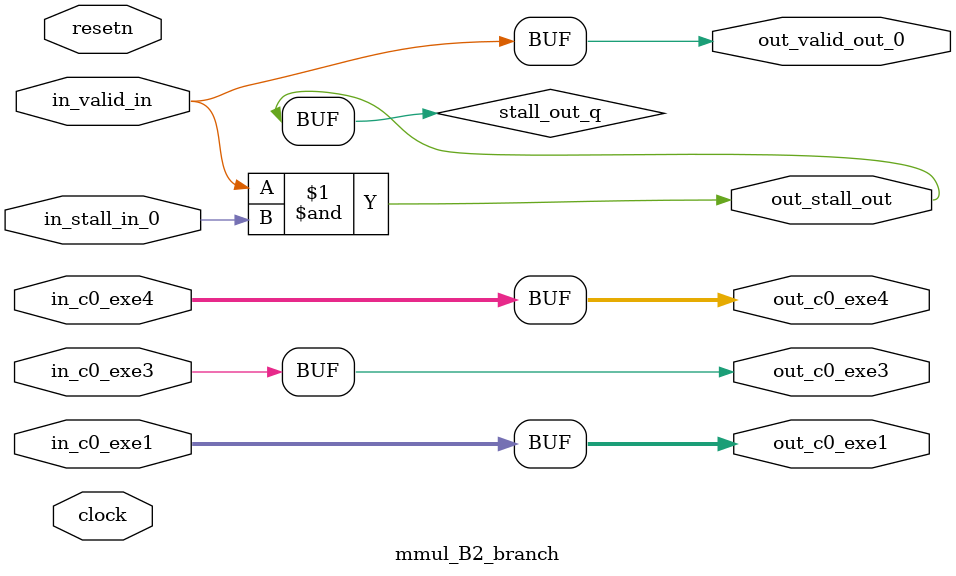
<source format=sv>



(* altera_attribute = "-name AUTO_SHIFT_REGISTER_RECOGNITION OFF; -name MESSAGE_DISABLE 10036; -name MESSAGE_DISABLE 10037; -name MESSAGE_DISABLE 14130; -name MESSAGE_DISABLE 14320; -name MESSAGE_DISABLE 15400; -name MESSAGE_DISABLE 14130; -name MESSAGE_DISABLE 10036; -name MESSAGE_DISABLE 12020; -name MESSAGE_DISABLE 12030; -name MESSAGE_DISABLE 12010; -name MESSAGE_DISABLE 12110; -name MESSAGE_DISABLE 14320; -name MESSAGE_DISABLE 13410; -name MESSAGE_DISABLE 113007; -name MESSAGE_DISABLE 10958" *)
module mmul_B2_branch (
    input wire [31:0] in_c0_exe1,
    input wire [0:0] in_c0_exe3,
    input wire [31:0] in_c0_exe4,
    input wire [0:0] in_stall_in_0,
    input wire [0:0] in_valid_in,
    output wire [31:0] out_c0_exe1,
    output wire [0:0] out_c0_exe3,
    output wire [31:0] out_c0_exe4,
    output wire [0:0] out_stall_out,
    output wire [0:0] out_valid_out_0,
    input wire clock,
    input wire resetn
    );

    wire [0:0] stall_out_q;


    // out_c0_exe1(GPOUT,7)
    assign out_c0_exe1 = in_c0_exe1;

    // out_c0_exe3(GPOUT,8)
    assign out_c0_exe3 = in_c0_exe3;

    // out_c0_exe4(GPOUT,9)
    assign out_c0_exe4 = in_c0_exe4;

    // stall_out(LOGICAL,12)
    assign stall_out_q = in_valid_in & in_stall_in_0;

    // out_stall_out(GPOUT,10)
    assign out_stall_out = stall_out_q;

    // out_valid_out_0(GPOUT,11)
    assign out_valid_out_0 = in_valid_in;

endmodule

</source>
